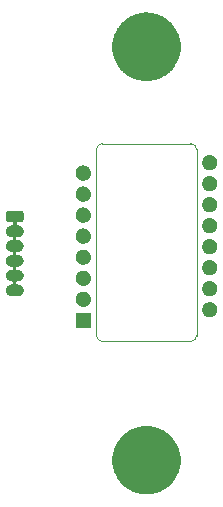
<source format=gbr>
G04 #@! TF.GenerationSoftware,KiCad,Pcbnew,7.0.5-0*
G04 #@! TF.CreationDate,2023-08-21T21:43:47+08:00*
G04 #@! TF.ProjectId,sensor,73656e73-6f72-42e6-9b69-6361645f7063,rev?*
G04 #@! TF.SameCoordinates,PX4d3f640PY69db9c0*
G04 #@! TF.FileFunction,Soldermask,Top*
G04 #@! TF.FilePolarity,Negative*
%FSLAX46Y46*%
G04 Gerber Fmt 4.6, Leading zero omitted, Abs format (unit mm)*
G04 Created by KiCad (PCBNEW 7.0.5-0) date 2023-08-21 21:43:47*
%MOMM*%
%LPD*%
G01*
G04 APERTURE LIST*
G04 #@! TA.AperFunction,Profile*
%ADD10C,0.100000*%
G04 #@! TD*
G04 APERTURE END LIST*
D10*
X-4238753Y8796047D02*
X-4238753Y-6953953D01*
X-3738753Y9296047D02*
X3761247Y9296047D01*
X-3738753Y-7453953D02*
X3761247Y-7453953D01*
X4261247Y-6953953D02*
X4261247Y8796047D01*
X-3738753Y9296047D02*
G75*
G03*
X-4238753Y8796047I1J-500001D01*
G01*
X-4238753Y-6953953D02*
G75*
G03*
X-3738753Y-7453953I499998J-2D01*
G01*
X4261247Y8796047D02*
G75*
G03*
X3761247Y9296047I-499997J3D01*
G01*
X3761247Y-7453947D02*
G75*
G03*
X4261247Y-6953953I13J499987D01*
G01*
G36*
X83902Y-14603908D02*
G01*
X168678Y-14603908D01*
X247083Y-14613072D01*
X324782Y-14617436D01*
X413770Y-14632555D01*
X503753Y-14643073D01*
X574855Y-14659924D01*
X645487Y-14671925D01*
X738240Y-14698646D01*
X832016Y-14720872D01*
X895166Y-14743856D01*
X958076Y-14761981D01*
X1053084Y-14801334D01*
X1149027Y-14836255D01*
X1203798Y-14863762D01*
X1258613Y-14886467D01*
X1354210Y-14939301D01*
X1450500Y-14987660D01*
X1496761Y-15018086D01*
X1543317Y-15043817D01*
X1637669Y-15110763D01*
X1732357Y-15173041D01*
X1770233Y-15204823D01*
X1808623Y-15232062D01*
X1899783Y-15313528D01*
X1990787Y-15389889D01*
X2020646Y-15421538D01*
X2051177Y-15448822D01*
X2137133Y-15545006D01*
X2222295Y-15635273D01*
X2244725Y-15665402D01*
X2267937Y-15691376D01*
X2346640Y-15802297D01*
X2423750Y-15905874D01*
X2439552Y-15933245D01*
X2456182Y-15956682D01*
X2525591Y-16082270D01*
X2592428Y-16198034D01*
X2602581Y-16221572D01*
X2613532Y-16241386D01*
X2671602Y-16381580D01*
X2726048Y-16507800D01*
X2731690Y-16526646D01*
X2738018Y-16541923D01*
X2782804Y-16697378D01*
X2822803Y-16830983D01*
X2825181Y-16844471D01*
X2828074Y-16854512D01*
X2857762Y-17029250D01*
X2881384Y-17163214D01*
X2881832Y-17170919D01*
X2882563Y-17175217D01*
X2895494Y-17405475D01*
X2901000Y-17500000D01*
X2895494Y-17594531D01*
X2882563Y-17824782D01*
X2881832Y-17829079D01*
X2881384Y-17836786D01*
X2857758Y-17970776D01*
X2828074Y-18145487D01*
X2825181Y-18155525D01*
X2822803Y-18169017D01*
X2782796Y-18302647D01*
X2738018Y-18458076D01*
X2731691Y-18473349D01*
X2726048Y-18492200D01*
X2671591Y-18618443D01*
X2613532Y-18758613D01*
X2602583Y-18778422D01*
X2592428Y-18801966D01*
X2525578Y-18917752D01*
X2456182Y-19043317D01*
X2439555Y-19066749D01*
X2423750Y-19094126D01*
X2346625Y-19197722D01*
X2267937Y-19308623D01*
X2244729Y-19334591D01*
X2222295Y-19364727D01*
X2137116Y-19455011D01*
X2051177Y-19551177D01*
X2020652Y-19578455D01*
X1990787Y-19610111D01*
X1899764Y-19686487D01*
X1808623Y-19767937D01*
X1770241Y-19795170D01*
X1732357Y-19826959D01*
X1637650Y-19889248D01*
X1543317Y-19956182D01*
X1496770Y-19981907D01*
X1450500Y-20012340D01*
X1354190Y-20060708D01*
X1258613Y-20113532D01*
X1203809Y-20136232D01*
X1149027Y-20163745D01*
X1053064Y-20198672D01*
X958076Y-20238018D01*
X895179Y-20256138D01*
X832016Y-20279128D01*
X738220Y-20301357D01*
X645487Y-20328074D01*
X574870Y-20340072D01*
X503753Y-20356927D01*
X413751Y-20367446D01*
X324782Y-20382563D01*
X247100Y-20386925D01*
X168678Y-20396092D01*
X83883Y-20396092D01*
X-1Y-20400803D01*
X-83885Y-20396092D01*
X-168678Y-20396092D01*
X-247100Y-20386925D01*
X-324783Y-20382563D01*
X-413755Y-20367446D01*
X-503753Y-20356927D01*
X-574868Y-20340072D01*
X-645488Y-20328074D01*
X-738227Y-20301356D01*
X-832016Y-20279128D01*
X-895176Y-20256139D01*
X-958077Y-20238018D01*
X-1053073Y-20198669D01*
X-1149027Y-20163745D01*
X-1203805Y-20136234D01*
X-1258614Y-20113532D01*
X-1354202Y-20060702D01*
X-1450500Y-20012340D01*
X-1496766Y-19981910D01*
X-1543318Y-19956182D01*
X-1637665Y-19889239D01*
X-1732357Y-19826959D01*
X-1770237Y-19795174D01*
X-1808624Y-19767937D01*
X-1899782Y-19686473D01*
X-1990787Y-19610111D01*
X-2020648Y-19578461D01*
X-2051178Y-19551177D01*
X-2137136Y-19454990D01*
X-2222295Y-19364727D01*
X-2244725Y-19334598D01*
X-2267938Y-19308623D01*
X-2346647Y-19197694D01*
X-2423750Y-19094126D01*
X-2439552Y-19066756D01*
X-2456183Y-19043317D01*
X-2525603Y-18917711D01*
X-2592428Y-18801966D01*
X-2602581Y-18778430D01*
X-2613533Y-18758613D01*
X-2671618Y-18618385D01*
X-2726048Y-18492200D01*
X-2731689Y-18473358D01*
X-2738019Y-18458076D01*
X-2782824Y-18302558D01*
X-2822803Y-18169017D01*
X-2825181Y-18155534D01*
X-2828075Y-18145487D01*
X-2857786Y-17970620D01*
X-2881384Y-17836786D01*
X-2881833Y-17829088D01*
X-2882564Y-17824782D01*
X-2895521Y-17594071D01*
X-2901000Y-17500000D01*
X-2895524Y-17405974D01*
X-2882564Y-17175217D01*
X-2881833Y-17170910D01*
X-2881384Y-17163214D01*
X-2857791Y-17029406D01*
X-2828075Y-16854512D01*
X-2825180Y-16844462D01*
X-2822803Y-16830983D01*
X-2782831Y-16697466D01*
X-2738019Y-16541923D01*
X-2731688Y-16526637D01*
X-2726048Y-16507800D01*
X-2671628Y-16381639D01*
X-2613533Y-16241386D01*
X-2602579Y-16221564D01*
X-2592428Y-16198034D01*
X-2525616Y-16082310D01*
X-2456183Y-15956682D01*
X-2439549Y-15933237D01*
X-2423750Y-15905874D01*
X-2346662Y-15802326D01*
X-2267938Y-15691376D01*
X-2244721Y-15665395D01*
X-2222295Y-15635273D01*
X-2137153Y-15545026D01*
X-2051178Y-15448822D01*
X-2020642Y-15421532D01*
X-1990787Y-15389889D01*
X-1899800Y-15313541D01*
X-1808624Y-15232062D01*
X-1770229Y-15204818D01*
X-1732357Y-15173041D01*
X-1637684Y-15110772D01*
X-1543318Y-15043817D01*
X-1496756Y-15018083D01*
X-1450500Y-14987660D01*
X-1354221Y-14939306D01*
X-1258614Y-14886467D01*
X-1203794Y-14863759D01*
X-1149027Y-14836255D01*
X-1053093Y-14801337D01*
X-958077Y-14761981D01*
X-895163Y-14743855D01*
X-832016Y-14720872D01*
X-738247Y-14698648D01*
X-645488Y-14671925D01*
X-574853Y-14659923D01*
X-503753Y-14643073D01*
X-413774Y-14632555D01*
X-324783Y-14617436D01*
X-247084Y-14613072D01*
X-168678Y-14603908D01*
X-83902Y-14603908D01*
X0Y-14599196D01*
X83902Y-14603908D01*
G37*
G36*
X-4730483Y-5012882D02*
G01*
X-4713938Y-5023938D01*
X-4702882Y-5040483D01*
X-4699000Y-5060000D01*
X-4699000Y-6260000D01*
X-4702882Y-6279517D01*
X-4713938Y-6296062D01*
X-4730483Y-6307118D01*
X-4750000Y-6311000D01*
X-5950000Y-6311000D01*
X-5969517Y-6307118D01*
X-5986062Y-6296062D01*
X-5997118Y-6279517D01*
X-6001000Y-6260000D01*
X-6001000Y-5060000D01*
X-5997118Y-5040483D01*
X-5986062Y-5023938D01*
X-5969517Y-5012882D01*
X-5950000Y-5009000D01*
X-4750000Y-5009000D01*
X-4730483Y-5012882D01*
G37*
G36*
X5385118Y-4123747D02*
G01*
X5428469Y-4123747D01*
X5464979Y-4132745D01*
X5494686Y-4136093D01*
X5533108Y-4149537D01*
X5580848Y-4161304D01*
X5609077Y-4176120D01*
X5632114Y-4184181D01*
X5671051Y-4208647D01*
X5719810Y-4234238D01*
X5739401Y-4251594D01*
X5755395Y-4261644D01*
X5791505Y-4297754D01*
X5837280Y-4338307D01*
X5848917Y-4355166D01*
X5858355Y-4364604D01*
X5888024Y-4411823D01*
X5926432Y-4467465D01*
X5931676Y-4481294D01*
X5935818Y-4487885D01*
X5955403Y-4543857D01*
X5982083Y-4614206D01*
X5983179Y-4623236D01*
X5983906Y-4625313D01*
X5990017Y-4679552D01*
X6001000Y-4770000D01*
X5990016Y-4860455D01*
X5983906Y-4914686D01*
X5983179Y-4916761D01*
X5982083Y-4925794D01*
X5955398Y-4996154D01*
X5935818Y-5052114D01*
X5931677Y-5058703D01*
X5926432Y-5072535D01*
X5888017Y-5128186D01*
X5858355Y-5175395D01*
X5848919Y-5184830D01*
X5837280Y-5201693D01*
X5791496Y-5242253D01*
X5755395Y-5278355D01*
X5739405Y-5288401D01*
X5719810Y-5305762D01*
X5671041Y-5331357D01*
X5632114Y-5355818D01*
X5609083Y-5363876D01*
X5580848Y-5378696D01*
X5533099Y-5390464D01*
X5494686Y-5403906D01*
X5464986Y-5407252D01*
X5428469Y-5416253D01*
X5385109Y-5416253D01*
X5350000Y-5420209D01*
X5314891Y-5416253D01*
X5271531Y-5416253D01*
X5235014Y-5407252D01*
X5205313Y-5403906D01*
X5166897Y-5390463D01*
X5119152Y-5378696D01*
X5090918Y-5363877D01*
X5067885Y-5355818D01*
X5028952Y-5331354D01*
X4980190Y-5305762D01*
X4960596Y-5288403D01*
X4944604Y-5278355D01*
X4908494Y-5242245D01*
X4862720Y-5201693D01*
X4851082Y-5184833D01*
X4841644Y-5175395D01*
X4811970Y-5128170D01*
X4773568Y-5072535D01*
X4768323Y-5058707D01*
X4764181Y-5052114D01*
X4744588Y-4996120D01*
X4717917Y-4925794D01*
X4716820Y-4916765D01*
X4716093Y-4914686D01*
X4709969Y-4860340D01*
X4699000Y-4770000D01*
X4709968Y-4679667D01*
X4716093Y-4625313D01*
X4716820Y-4623232D01*
X4717917Y-4614206D01*
X4744583Y-4543891D01*
X4764181Y-4487885D01*
X4768324Y-4481290D01*
X4773568Y-4467465D01*
X4811963Y-4411839D01*
X4841644Y-4364604D01*
X4851085Y-4355162D01*
X4862720Y-4338307D01*
X4908486Y-4297761D01*
X4944604Y-4261644D01*
X4960600Y-4251592D01*
X4980190Y-4234238D01*
X5028942Y-4208650D01*
X5067885Y-4184181D01*
X5090924Y-4176119D01*
X5119152Y-4161304D01*
X5166887Y-4149538D01*
X5205313Y-4136093D01*
X5235021Y-4132745D01*
X5271531Y-4123747D01*
X5314882Y-4123747D01*
X5350000Y-4119790D01*
X5385118Y-4123747D01*
G37*
G36*
X-5314882Y-3233747D02*
G01*
X-5271531Y-3233747D01*
X-5235021Y-3242745D01*
X-5205314Y-3246093D01*
X-5166892Y-3259537D01*
X-5119152Y-3271304D01*
X-5090923Y-3286120D01*
X-5067886Y-3294181D01*
X-5028949Y-3318647D01*
X-4980190Y-3344238D01*
X-4960599Y-3361594D01*
X-4944605Y-3371644D01*
X-4908495Y-3407754D01*
X-4862720Y-3448307D01*
X-4851083Y-3465166D01*
X-4841645Y-3474604D01*
X-4811976Y-3521823D01*
X-4773568Y-3577465D01*
X-4768324Y-3591294D01*
X-4764182Y-3597885D01*
X-4744597Y-3653857D01*
X-4717917Y-3724206D01*
X-4716821Y-3733236D01*
X-4716094Y-3735313D01*
X-4709983Y-3789552D01*
X-4699000Y-3880000D01*
X-4709984Y-3970455D01*
X-4716094Y-4024686D01*
X-4716821Y-4026761D01*
X-4717917Y-4035794D01*
X-4744602Y-4106154D01*
X-4764182Y-4162114D01*
X-4768323Y-4168703D01*
X-4773568Y-4182535D01*
X-4811983Y-4238186D01*
X-4841645Y-4285395D01*
X-4851081Y-4294830D01*
X-4862720Y-4311693D01*
X-4908504Y-4352253D01*
X-4944605Y-4388355D01*
X-4960595Y-4398401D01*
X-4980190Y-4415762D01*
X-5028959Y-4441357D01*
X-5067886Y-4465818D01*
X-5090917Y-4473876D01*
X-5119152Y-4488696D01*
X-5166901Y-4500464D01*
X-5205314Y-4513906D01*
X-5235014Y-4517252D01*
X-5271531Y-4526253D01*
X-5314891Y-4526253D01*
X-5350000Y-4530209D01*
X-5385109Y-4526253D01*
X-5428469Y-4526253D01*
X-5464986Y-4517252D01*
X-5494687Y-4513906D01*
X-5533103Y-4500463D01*
X-5580848Y-4488696D01*
X-5609082Y-4473877D01*
X-5632115Y-4465818D01*
X-5671048Y-4441354D01*
X-5719810Y-4415762D01*
X-5739404Y-4398403D01*
X-5755396Y-4388355D01*
X-5791506Y-4352245D01*
X-5837280Y-4311693D01*
X-5848918Y-4294833D01*
X-5858356Y-4285395D01*
X-5888030Y-4238170D01*
X-5926432Y-4182535D01*
X-5931677Y-4168707D01*
X-5935819Y-4162114D01*
X-5955412Y-4106120D01*
X-5982083Y-4035794D01*
X-5983180Y-4026765D01*
X-5983907Y-4024686D01*
X-5990031Y-3970340D01*
X-6001000Y-3880000D01*
X-5990032Y-3789667D01*
X-5983907Y-3735313D01*
X-5983180Y-3733232D01*
X-5982083Y-3724206D01*
X-5955417Y-3653891D01*
X-5935819Y-3597885D01*
X-5931676Y-3591290D01*
X-5926432Y-3577465D01*
X-5888037Y-3521839D01*
X-5858356Y-3474604D01*
X-5848915Y-3465162D01*
X-5837280Y-3448307D01*
X-5791514Y-3407761D01*
X-5755396Y-3371644D01*
X-5739400Y-3361592D01*
X-5719810Y-3344238D01*
X-5671058Y-3318650D01*
X-5632115Y-3294181D01*
X-5609076Y-3286119D01*
X-5580848Y-3271304D01*
X-5533113Y-3259538D01*
X-5494687Y-3246093D01*
X-5464979Y-3242745D01*
X-5428469Y-3233747D01*
X-5385118Y-3233747D01*
X-5350000Y-3229790D01*
X-5314882Y-3233747D01*
G37*
G36*
X5385118Y-2343747D02*
G01*
X5428469Y-2343747D01*
X5464979Y-2352745D01*
X5494686Y-2356093D01*
X5533108Y-2369537D01*
X5580848Y-2381304D01*
X5609077Y-2396120D01*
X5632114Y-2404181D01*
X5671051Y-2428647D01*
X5719810Y-2454238D01*
X5739401Y-2471594D01*
X5755395Y-2481644D01*
X5791505Y-2517754D01*
X5837280Y-2558307D01*
X5848917Y-2575166D01*
X5858355Y-2584604D01*
X5888024Y-2631823D01*
X5926432Y-2687465D01*
X5931676Y-2701294D01*
X5935818Y-2707885D01*
X5955403Y-2763857D01*
X5982083Y-2834206D01*
X5983179Y-2843236D01*
X5983906Y-2845313D01*
X5990017Y-2899552D01*
X6001000Y-2990000D01*
X5990016Y-3080455D01*
X5983906Y-3134686D01*
X5983179Y-3136761D01*
X5982083Y-3145794D01*
X5955398Y-3216154D01*
X5935818Y-3272114D01*
X5931677Y-3278703D01*
X5926432Y-3292535D01*
X5888017Y-3348186D01*
X5858355Y-3395395D01*
X5848919Y-3404830D01*
X5837280Y-3421693D01*
X5791496Y-3462253D01*
X5755395Y-3498355D01*
X5739405Y-3508401D01*
X5719810Y-3525762D01*
X5671041Y-3551357D01*
X5632114Y-3575818D01*
X5609083Y-3583876D01*
X5580848Y-3598696D01*
X5533099Y-3610464D01*
X5494686Y-3623906D01*
X5464986Y-3627252D01*
X5428469Y-3636253D01*
X5385109Y-3636253D01*
X5350000Y-3640209D01*
X5314891Y-3636253D01*
X5271531Y-3636253D01*
X5235014Y-3627252D01*
X5205313Y-3623906D01*
X5166897Y-3610463D01*
X5119152Y-3598696D01*
X5090918Y-3583877D01*
X5067885Y-3575818D01*
X5028952Y-3551354D01*
X4980190Y-3525762D01*
X4960596Y-3508403D01*
X4944604Y-3498355D01*
X4908494Y-3462245D01*
X4862720Y-3421693D01*
X4851082Y-3404833D01*
X4841644Y-3395395D01*
X4811970Y-3348170D01*
X4773568Y-3292535D01*
X4768323Y-3278707D01*
X4764181Y-3272114D01*
X4744588Y-3216120D01*
X4717917Y-3145794D01*
X4716820Y-3136765D01*
X4716093Y-3134686D01*
X4709969Y-3080340D01*
X4699000Y-2990000D01*
X4709968Y-2899667D01*
X4716093Y-2845313D01*
X4716820Y-2843232D01*
X4717917Y-2834206D01*
X4744583Y-2763891D01*
X4764181Y-2707885D01*
X4768324Y-2701290D01*
X4773568Y-2687465D01*
X4811963Y-2631839D01*
X4841644Y-2584604D01*
X4851085Y-2575162D01*
X4862720Y-2558307D01*
X4908486Y-2517761D01*
X4944604Y-2481644D01*
X4960600Y-2471592D01*
X4980190Y-2454238D01*
X5028942Y-2428650D01*
X5067885Y-2404181D01*
X5090924Y-2396119D01*
X5119152Y-2381304D01*
X5166887Y-2369538D01*
X5205313Y-2356093D01*
X5235021Y-2352745D01*
X5271531Y-2343747D01*
X5314882Y-2343747D01*
X5350000Y-2339790D01*
X5385118Y-2343747D01*
G37*
G36*
X-10636567Y3618356D02*
G01*
X-10590194Y3611011D01*
X-10584143Y3607928D01*
X-10569379Y3604991D01*
X-10540475Y3585677D01*
X-10513689Y3572029D01*
X-10500882Y3559222D01*
X-10479839Y3545161D01*
X-10465779Y3524119D01*
X-10452972Y3511312D01*
X-10439326Y3484529D01*
X-10420009Y3455621D01*
X-10417073Y3440856D01*
X-10413990Y3434807D01*
X-10406649Y3388455D01*
X-10399000Y3350000D01*
X-10399000Y2900000D01*
X-10406650Y2861542D01*
X-10413990Y2815194D01*
X-10417072Y2809146D01*
X-10420009Y2794379D01*
X-10439328Y2765468D01*
X-10452972Y2738689D01*
X-10465777Y2725885D01*
X-10479839Y2704839D01*
X-10500885Y2690777D01*
X-10513689Y2677972D01*
X-10540468Y2664328D01*
X-10569379Y2645009D01*
X-10584146Y2642072D01*
X-10590194Y2638990D01*
X-10636544Y2631650D01*
X-10675000Y2624000D01*
X-10989387Y2624000D01*
X-10996997Y2381856D01*
X-10903911Y2376000D01*
X-10900000Y2376000D01*
X-10896958Y2375563D01*
X-10841186Y2372054D01*
X-10801268Y2361805D01*
X-10758852Y2355706D01*
X-10734882Y2344759D01*
X-10715934Y2339894D01*
X-10675234Y2317519D01*
X-10629139Y2296468D01*
X-10615596Y2284733D01*
X-10606105Y2279515D01*
X-10564676Y2240610D01*
X-10521369Y2203085D01*
X-10516277Y2195161D01*
X-10514737Y2193715D01*
X-10466607Y2117874D01*
X-10444274Y2083123D01*
X-10427786Y2026970D01*
X-10408850Y1968692D01*
X-10408353Y1960787D01*
X-10404099Y1946300D01*
X-10404099Y1893181D01*
X-10400980Y1843607D01*
X-10404099Y1827258D01*
X-10404099Y1803700D01*
X-10416927Y1760013D01*
X-10424466Y1720492D01*
X-10435278Y1697517D01*
X-10444274Y1666877D01*
X-10464519Y1635377D01*
X-10477832Y1607083D01*
X-10499653Y1580707D01*
X-10521369Y1546915D01*
X-10543399Y1527827D01*
X-10557723Y1510511D01*
X-10592754Y1485060D01*
X-10629139Y1453532D01*
X-10648012Y1444914D01*
X-10659122Y1436841D01*
X-10708475Y1417301D01*
X-10758852Y1394294D01*
X-10770990Y1392549D01*
X-10775654Y1390702D01*
X-10843058Y1382188D01*
X-10900000Y1374000D01*
X-10907866Y1374000D01*
X-11017953Y1360093D01*
X-11010808Y1132725D01*
X-10903910Y1126000D01*
X-10900000Y1126000D01*
X-10896959Y1125563D01*
X-10841186Y1122054D01*
X-10801268Y1111805D01*
X-10758852Y1105706D01*
X-10734882Y1094759D01*
X-10715934Y1089894D01*
X-10675234Y1067519D01*
X-10629139Y1046468D01*
X-10615596Y1034733D01*
X-10606105Y1029515D01*
X-10564676Y990610D01*
X-10521369Y953085D01*
X-10516277Y945161D01*
X-10514737Y943715D01*
X-10466607Y867874D01*
X-10444274Y833123D01*
X-10427786Y776970D01*
X-10408850Y718692D01*
X-10408353Y710787D01*
X-10404099Y696300D01*
X-10404099Y643181D01*
X-10400980Y593607D01*
X-10404099Y577258D01*
X-10404099Y553700D01*
X-10416927Y510013D01*
X-10424466Y470492D01*
X-10435278Y447517D01*
X-10444274Y416877D01*
X-10464519Y385377D01*
X-10477832Y357083D01*
X-10499653Y330707D01*
X-10521369Y296915D01*
X-10543399Y277827D01*
X-10557723Y260511D01*
X-10592754Y235060D01*
X-10629139Y203532D01*
X-10648012Y194914D01*
X-10659122Y186841D01*
X-10708475Y167301D01*
X-10758852Y144294D01*
X-10770990Y142549D01*
X-10775654Y140702D01*
X-10843058Y132188D01*
X-10900000Y124000D01*
X-10907866Y124000D01*
X-11017953Y110093D01*
X-11010808Y-117275D01*
X-10903910Y-124000D01*
X-10900000Y-124000D01*
X-10896959Y-124437D01*
X-10841186Y-127946D01*
X-10801268Y-138195D01*
X-10758852Y-144294D01*
X-10734882Y-155241D01*
X-10715934Y-160106D01*
X-10675234Y-182481D01*
X-10629139Y-203532D01*
X-10615596Y-215267D01*
X-10606105Y-220485D01*
X-10564676Y-259390D01*
X-10521369Y-296915D01*
X-10516277Y-304839D01*
X-10514737Y-306285D01*
X-10466607Y-382126D01*
X-10444274Y-416877D01*
X-10427786Y-473030D01*
X-10408850Y-531308D01*
X-10408353Y-539213D01*
X-10404099Y-553700D01*
X-10404099Y-606819D01*
X-10400980Y-656393D01*
X-10404099Y-672742D01*
X-10404099Y-696300D01*
X-10416927Y-739987D01*
X-10424466Y-779508D01*
X-10435278Y-802483D01*
X-10444274Y-833123D01*
X-10464519Y-864623D01*
X-10477832Y-892917D01*
X-10499653Y-919293D01*
X-10521369Y-953085D01*
X-10543399Y-972173D01*
X-10557723Y-989489D01*
X-10592754Y-1014940D01*
X-10629139Y-1046468D01*
X-10648012Y-1055086D01*
X-10659122Y-1063159D01*
X-10708475Y-1082699D01*
X-10758852Y-1105706D01*
X-10770990Y-1107451D01*
X-10775654Y-1109298D01*
X-10843058Y-1117812D01*
X-10900000Y-1126000D01*
X-10907866Y-1126000D01*
X-11017953Y-1139907D01*
X-11010808Y-1367275D01*
X-10903910Y-1374000D01*
X-10900000Y-1374000D01*
X-10896959Y-1374437D01*
X-10841186Y-1377946D01*
X-10801268Y-1388195D01*
X-10758852Y-1394294D01*
X-10734882Y-1405241D01*
X-10715934Y-1410106D01*
X-10675234Y-1432481D01*
X-10629139Y-1453532D01*
X-10615596Y-1465267D01*
X-10606105Y-1470485D01*
X-10564676Y-1509390D01*
X-10521369Y-1546915D01*
X-10516277Y-1554839D01*
X-10514737Y-1556285D01*
X-10466607Y-1632126D01*
X-10444274Y-1666877D01*
X-10427786Y-1723030D01*
X-10408850Y-1781308D01*
X-10408353Y-1789213D01*
X-10404099Y-1803700D01*
X-10404099Y-1856819D01*
X-10400980Y-1906393D01*
X-10404099Y-1922742D01*
X-10404099Y-1946300D01*
X-10416927Y-1989987D01*
X-10424466Y-2029508D01*
X-10435278Y-2052483D01*
X-10444274Y-2083123D01*
X-10464519Y-2114623D01*
X-10477832Y-2142917D01*
X-10499653Y-2169293D01*
X-10521369Y-2203085D01*
X-10543399Y-2222173D01*
X-10557723Y-2239489D01*
X-10592754Y-2264940D01*
X-10629139Y-2296468D01*
X-10648012Y-2305086D01*
X-10659122Y-2313159D01*
X-10708475Y-2332699D01*
X-10758852Y-2355706D01*
X-10770990Y-2357451D01*
X-10775654Y-2359298D01*
X-10843058Y-2367812D01*
X-10900000Y-2376000D01*
X-10907866Y-2376000D01*
X-11017953Y-2389907D01*
X-11010808Y-2617275D01*
X-10903910Y-2624000D01*
X-10900000Y-2624000D01*
X-10896959Y-2624437D01*
X-10841186Y-2627946D01*
X-10801268Y-2638195D01*
X-10758852Y-2644294D01*
X-10734882Y-2655241D01*
X-10715934Y-2660106D01*
X-10675234Y-2682481D01*
X-10629139Y-2703532D01*
X-10615596Y-2715267D01*
X-10606105Y-2720485D01*
X-10564676Y-2759390D01*
X-10521369Y-2796915D01*
X-10516277Y-2804839D01*
X-10514737Y-2806285D01*
X-10466607Y-2882126D01*
X-10444274Y-2916877D01*
X-10427786Y-2973030D01*
X-10408850Y-3031308D01*
X-10408353Y-3039213D01*
X-10404099Y-3053700D01*
X-10404099Y-3106819D01*
X-10400980Y-3156393D01*
X-10404099Y-3172742D01*
X-10404099Y-3196300D01*
X-10416927Y-3239987D01*
X-10424466Y-3279508D01*
X-10435278Y-3302483D01*
X-10444274Y-3333123D01*
X-10464519Y-3364623D01*
X-10477832Y-3392917D01*
X-10499653Y-3419293D01*
X-10521369Y-3453085D01*
X-10543399Y-3472173D01*
X-10557723Y-3489489D01*
X-10592754Y-3514940D01*
X-10629139Y-3546468D01*
X-10648012Y-3555086D01*
X-10659122Y-3563159D01*
X-10708475Y-3582699D01*
X-10758852Y-3605706D01*
X-10770990Y-3607451D01*
X-10775654Y-3609298D01*
X-10843073Y-3617815D01*
X-10900000Y-3626000D01*
X-10907862Y-3626000D01*
X-11396077Y-3626000D01*
X-11400000Y-3626000D01*
X-11403053Y-3625561D01*
X-11458815Y-3622053D01*
X-11498726Y-3611805D01*
X-11541148Y-3605706D01*
X-11565123Y-3594757D01*
X-11584067Y-3589893D01*
X-11624763Y-3567520D01*
X-11670861Y-3546468D01*
X-11684407Y-3534731D01*
X-11693896Y-3529514D01*
X-11735325Y-3490610D01*
X-11778631Y-3453085D01*
X-11783724Y-3445160D01*
X-11785264Y-3443714D01*
X-11833423Y-3367827D01*
X-11855726Y-3333123D01*
X-11872209Y-3276990D01*
X-11891151Y-3218691D01*
X-11891649Y-3210782D01*
X-11895901Y-3196300D01*
X-11895901Y-3143194D01*
X-11899021Y-3093606D01*
X-11895901Y-3077250D01*
X-11895901Y-3053700D01*
X-11883077Y-3010023D01*
X-11875535Y-2970491D01*
X-11864721Y-2947508D01*
X-11855726Y-2916877D01*
X-11835488Y-2885385D01*
X-11822169Y-2857082D01*
X-11800342Y-2830696D01*
X-11778631Y-2796915D01*
X-11756608Y-2777831D01*
X-11742278Y-2760510D01*
X-11707234Y-2735049D01*
X-11670861Y-2703532D01*
X-11651996Y-2694916D01*
X-11640879Y-2686840D01*
X-11591503Y-2667290D01*
X-11541148Y-2644294D01*
X-11529017Y-2642549D01*
X-11524347Y-2640701D01*
X-11456865Y-2632175D01*
X-11400000Y-2624000D01*
X-11392147Y-2624000D01*
X-11282047Y-2610091D01*
X-11289194Y-2382722D01*
X-11396054Y-2376000D01*
X-11400000Y-2376000D01*
X-11403070Y-2375558D01*
X-11458815Y-2372052D01*
X-11498720Y-2361806D01*
X-11541148Y-2355706D01*
X-11565124Y-2344756D01*
X-11584067Y-2339893D01*
X-11624763Y-2317520D01*
X-11670861Y-2296468D01*
X-11684407Y-2284731D01*
X-11693896Y-2279514D01*
X-11735325Y-2240610D01*
X-11778631Y-2203085D01*
X-11783724Y-2195160D01*
X-11785264Y-2193714D01*
X-11833423Y-2117827D01*
X-11855726Y-2083123D01*
X-11872209Y-2026990D01*
X-11891151Y-1968691D01*
X-11891649Y-1960782D01*
X-11895901Y-1946300D01*
X-11895901Y-1893194D01*
X-11899021Y-1843606D01*
X-11895901Y-1827250D01*
X-11895901Y-1803700D01*
X-11883077Y-1760023D01*
X-11875535Y-1720491D01*
X-11864721Y-1697508D01*
X-11855726Y-1666877D01*
X-11835488Y-1635385D01*
X-11822169Y-1607082D01*
X-11800342Y-1580696D01*
X-11778631Y-1546915D01*
X-11756608Y-1527831D01*
X-11742278Y-1510510D01*
X-11707234Y-1485049D01*
X-11670861Y-1453532D01*
X-11651996Y-1444916D01*
X-11640879Y-1436840D01*
X-11591503Y-1417290D01*
X-11541148Y-1394294D01*
X-11529017Y-1392549D01*
X-11524347Y-1390701D01*
X-11456865Y-1382175D01*
X-11400000Y-1374000D01*
X-11392147Y-1374000D01*
X-11282047Y-1360091D01*
X-11289194Y-1132722D01*
X-11396054Y-1126000D01*
X-11400000Y-1126000D01*
X-11403070Y-1125558D01*
X-11458815Y-1122052D01*
X-11498720Y-1111806D01*
X-11541148Y-1105706D01*
X-11565124Y-1094756D01*
X-11584067Y-1089893D01*
X-11624763Y-1067520D01*
X-11670861Y-1046468D01*
X-11684407Y-1034731D01*
X-11693896Y-1029514D01*
X-11735325Y-990610D01*
X-11778631Y-953085D01*
X-11783724Y-945160D01*
X-11785264Y-943714D01*
X-11833423Y-867827D01*
X-11855726Y-833123D01*
X-11872209Y-776990D01*
X-11891151Y-718691D01*
X-11891649Y-710782D01*
X-11895901Y-696300D01*
X-11895901Y-643194D01*
X-11899021Y-593606D01*
X-11895901Y-577250D01*
X-11895901Y-553700D01*
X-11883077Y-510023D01*
X-11875535Y-470491D01*
X-11864721Y-447508D01*
X-11855726Y-416877D01*
X-11835488Y-385385D01*
X-11822169Y-357082D01*
X-11800342Y-330696D01*
X-11778631Y-296915D01*
X-11756608Y-277831D01*
X-11742278Y-260510D01*
X-11707234Y-235049D01*
X-11670861Y-203532D01*
X-11651996Y-194916D01*
X-11640879Y-186840D01*
X-11591503Y-167290D01*
X-11541148Y-144294D01*
X-11529017Y-142549D01*
X-11524347Y-140701D01*
X-11456865Y-132175D01*
X-11400000Y-124000D01*
X-11392147Y-124000D01*
X-11282047Y-110091D01*
X-11289194Y117278D01*
X-11396054Y124000D01*
X-11400000Y124000D01*
X-11403070Y124442D01*
X-11458815Y127948D01*
X-11498720Y138194D01*
X-11541148Y144294D01*
X-11565124Y155244D01*
X-11584067Y160107D01*
X-11624763Y182480D01*
X-11670861Y203532D01*
X-11684407Y215269D01*
X-11693896Y220486D01*
X-11735325Y259390D01*
X-11778631Y296915D01*
X-11783724Y304840D01*
X-11785264Y306286D01*
X-11833423Y382173D01*
X-11855726Y416877D01*
X-11872209Y473010D01*
X-11891151Y531309D01*
X-11891649Y539218D01*
X-11895901Y553700D01*
X-11895901Y606806D01*
X-11899021Y656394D01*
X-11895901Y672750D01*
X-11895901Y696300D01*
X-11883077Y739977D01*
X-11875535Y779509D01*
X-11864721Y802492D01*
X-11855726Y833123D01*
X-11835488Y864615D01*
X-11822169Y892918D01*
X-11800342Y919304D01*
X-11778631Y953085D01*
X-11756608Y972169D01*
X-11742278Y989490D01*
X-11707234Y1014951D01*
X-11670861Y1046468D01*
X-11651996Y1055084D01*
X-11640879Y1063160D01*
X-11591503Y1082710D01*
X-11541148Y1105706D01*
X-11529017Y1107451D01*
X-11524347Y1109299D01*
X-11456865Y1117825D01*
X-11400000Y1126000D01*
X-11392147Y1126000D01*
X-11282047Y1139909D01*
X-11289194Y1367278D01*
X-11396054Y1374000D01*
X-11400000Y1374000D01*
X-11403070Y1374442D01*
X-11458815Y1377948D01*
X-11498720Y1388194D01*
X-11541148Y1394294D01*
X-11565124Y1405244D01*
X-11584067Y1410107D01*
X-11624763Y1432480D01*
X-11670861Y1453532D01*
X-11684407Y1465269D01*
X-11693896Y1470486D01*
X-11735325Y1509390D01*
X-11778631Y1546915D01*
X-11783724Y1554840D01*
X-11785264Y1556286D01*
X-11833423Y1632173D01*
X-11855726Y1666877D01*
X-11872209Y1723010D01*
X-11891151Y1781309D01*
X-11891649Y1789218D01*
X-11895901Y1803700D01*
X-11895901Y1856806D01*
X-11899021Y1906394D01*
X-11895901Y1922750D01*
X-11895901Y1946300D01*
X-11883077Y1989977D01*
X-11875535Y2029509D01*
X-11864721Y2052492D01*
X-11855726Y2083123D01*
X-11835488Y2114615D01*
X-11822169Y2142918D01*
X-11800342Y2169304D01*
X-11778631Y2203085D01*
X-11756608Y2222169D01*
X-11742278Y2239490D01*
X-11707234Y2264951D01*
X-11670861Y2296468D01*
X-11651996Y2305084D01*
X-11640879Y2313160D01*
X-11591503Y2332710D01*
X-11541148Y2355706D01*
X-11529017Y2357451D01*
X-11524347Y2359299D01*
X-11456868Y2367824D01*
X-11400000Y2376000D01*
X-11392146Y2376000D01*
X-11283692Y2389701D01*
X-11298434Y2624000D01*
X-11625000Y2624000D01*
X-11663455Y2631649D01*
X-11709807Y2638990D01*
X-11715856Y2642073D01*
X-11730621Y2645009D01*
X-11759529Y2664326D01*
X-11786312Y2677972D01*
X-11799119Y2690779D01*
X-11820161Y2704839D01*
X-11834222Y2725882D01*
X-11847029Y2738689D01*
X-11860677Y2765475D01*
X-11879991Y2794379D01*
X-11882928Y2809143D01*
X-11886011Y2815194D01*
X-11893356Y2861567D01*
X-11901000Y2900000D01*
X-11901000Y3350000D01*
X-11893356Y3388430D01*
X-11886011Y3434807D01*
X-11882928Y3440859D01*
X-11879991Y3455621D01*
X-11860680Y3484523D01*
X-11847029Y3511312D01*
X-11834220Y3524122D01*
X-11820161Y3545161D01*
X-11799122Y3559220D01*
X-11786312Y3572029D01*
X-11759523Y3585680D01*
X-11730621Y3604991D01*
X-11715859Y3607928D01*
X-11709807Y3611011D01*
X-11663430Y3618356D01*
X-11625000Y3626000D01*
X-10675000Y3626000D01*
X-10636567Y3618356D01*
G37*
G36*
X-5314882Y-1453747D02*
G01*
X-5271531Y-1453747D01*
X-5235021Y-1462745D01*
X-5205314Y-1466093D01*
X-5166892Y-1479537D01*
X-5119152Y-1491304D01*
X-5090923Y-1506120D01*
X-5067886Y-1514181D01*
X-5028949Y-1538647D01*
X-4980190Y-1564238D01*
X-4960599Y-1581594D01*
X-4944605Y-1591644D01*
X-4908495Y-1627754D01*
X-4862720Y-1668307D01*
X-4851083Y-1685166D01*
X-4841645Y-1694604D01*
X-4811976Y-1741823D01*
X-4773568Y-1797465D01*
X-4768324Y-1811294D01*
X-4764182Y-1817885D01*
X-4744597Y-1873857D01*
X-4717917Y-1944206D01*
X-4716821Y-1953236D01*
X-4716094Y-1955313D01*
X-4709983Y-2009552D01*
X-4699000Y-2100000D01*
X-4709984Y-2190455D01*
X-4716094Y-2244686D01*
X-4716821Y-2246761D01*
X-4717917Y-2255794D01*
X-4744602Y-2326154D01*
X-4764182Y-2382114D01*
X-4768323Y-2388703D01*
X-4773568Y-2402535D01*
X-4811983Y-2458186D01*
X-4841645Y-2505395D01*
X-4851081Y-2514830D01*
X-4862720Y-2531693D01*
X-4908504Y-2572253D01*
X-4944605Y-2608355D01*
X-4960595Y-2618401D01*
X-4980190Y-2635762D01*
X-5028959Y-2661357D01*
X-5067886Y-2685818D01*
X-5090917Y-2693876D01*
X-5119152Y-2708696D01*
X-5166901Y-2720464D01*
X-5205314Y-2733906D01*
X-5235014Y-2737252D01*
X-5271531Y-2746253D01*
X-5314891Y-2746253D01*
X-5350000Y-2750209D01*
X-5385109Y-2746253D01*
X-5428469Y-2746253D01*
X-5464986Y-2737252D01*
X-5494687Y-2733906D01*
X-5533103Y-2720463D01*
X-5580848Y-2708696D01*
X-5609082Y-2693877D01*
X-5632115Y-2685818D01*
X-5671048Y-2661354D01*
X-5719810Y-2635762D01*
X-5739404Y-2618403D01*
X-5755396Y-2608355D01*
X-5791506Y-2572245D01*
X-5837280Y-2531693D01*
X-5848918Y-2514833D01*
X-5858356Y-2505395D01*
X-5888030Y-2458170D01*
X-5926432Y-2402535D01*
X-5931677Y-2388707D01*
X-5935819Y-2382114D01*
X-5955412Y-2326120D01*
X-5982083Y-2255794D01*
X-5983180Y-2246765D01*
X-5983907Y-2244686D01*
X-5990031Y-2190340D01*
X-6001000Y-2100000D01*
X-5990032Y-2009667D01*
X-5983907Y-1955313D01*
X-5983180Y-1953232D01*
X-5982083Y-1944206D01*
X-5955417Y-1873891D01*
X-5935819Y-1817885D01*
X-5931676Y-1811290D01*
X-5926432Y-1797465D01*
X-5888037Y-1741839D01*
X-5858356Y-1694604D01*
X-5848915Y-1685162D01*
X-5837280Y-1668307D01*
X-5791514Y-1627761D01*
X-5755396Y-1591644D01*
X-5739400Y-1581592D01*
X-5719810Y-1564238D01*
X-5671058Y-1538650D01*
X-5632115Y-1514181D01*
X-5609076Y-1506119D01*
X-5580848Y-1491304D01*
X-5533113Y-1479538D01*
X-5494687Y-1466093D01*
X-5464979Y-1462745D01*
X-5428469Y-1453747D01*
X-5385118Y-1453747D01*
X-5350000Y-1449790D01*
X-5314882Y-1453747D01*
G37*
G36*
X5385118Y-563747D02*
G01*
X5428469Y-563747D01*
X5464979Y-572745D01*
X5494686Y-576093D01*
X5533108Y-589537D01*
X5580848Y-601304D01*
X5609077Y-616120D01*
X5632114Y-624181D01*
X5671051Y-648647D01*
X5719810Y-674238D01*
X5739401Y-691594D01*
X5755395Y-701644D01*
X5791505Y-737754D01*
X5837280Y-778307D01*
X5848917Y-795166D01*
X5858355Y-804604D01*
X5888024Y-851823D01*
X5926432Y-907465D01*
X5931676Y-921294D01*
X5935818Y-927885D01*
X5955403Y-983857D01*
X5982083Y-1054206D01*
X5983179Y-1063236D01*
X5983906Y-1065313D01*
X5990017Y-1119552D01*
X6001000Y-1210000D01*
X5990016Y-1300455D01*
X5983906Y-1354686D01*
X5983179Y-1356761D01*
X5982083Y-1365794D01*
X5955398Y-1436154D01*
X5935818Y-1492114D01*
X5931677Y-1498703D01*
X5926432Y-1512535D01*
X5888017Y-1568186D01*
X5858355Y-1615395D01*
X5848919Y-1624830D01*
X5837280Y-1641693D01*
X5791496Y-1682253D01*
X5755395Y-1718355D01*
X5739405Y-1728401D01*
X5719810Y-1745762D01*
X5671041Y-1771357D01*
X5632114Y-1795818D01*
X5609083Y-1803876D01*
X5580848Y-1818696D01*
X5533099Y-1830464D01*
X5494686Y-1843906D01*
X5464986Y-1847252D01*
X5428469Y-1856253D01*
X5385109Y-1856253D01*
X5350000Y-1860209D01*
X5314891Y-1856253D01*
X5271531Y-1856253D01*
X5235014Y-1847252D01*
X5205313Y-1843906D01*
X5166897Y-1830463D01*
X5119152Y-1818696D01*
X5090918Y-1803877D01*
X5067885Y-1795818D01*
X5028952Y-1771354D01*
X4980190Y-1745762D01*
X4960596Y-1728403D01*
X4944604Y-1718355D01*
X4908494Y-1682245D01*
X4862720Y-1641693D01*
X4851082Y-1624833D01*
X4841644Y-1615395D01*
X4811970Y-1568170D01*
X4773568Y-1512535D01*
X4768323Y-1498707D01*
X4764181Y-1492114D01*
X4744588Y-1436120D01*
X4717917Y-1365794D01*
X4716820Y-1356765D01*
X4716093Y-1354686D01*
X4709969Y-1300340D01*
X4699000Y-1210000D01*
X4709968Y-1119667D01*
X4716093Y-1065313D01*
X4716820Y-1063232D01*
X4717917Y-1054206D01*
X4744583Y-983891D01*
X4764181Y-927885D01*
X4768324Y-921290D01*
X4773568Y-907465D01*
X4811963Y-851839D01*
X4841644Y-804604D01*
X4851085Y-795162D01*
X4862720Y-778307D01*
X4908486Y-737761D01*
X4944604Y-701644D01*
X4960600Y-691592D01*
X4980190Y-674238D01*
X5028942Y-648650D01*
X5067885Y-624181D01*
X5090924Y-616119D01*
X5119152Y-601304D01*
X5166887Y-589538D01*
X5205313Y-576093D01*
X5235021Y-572745D01*
X5271531Y-563747D01*
X5314882Y-563747D01*
X5350000Y-559790D01*
X5385118Y-563747D01*
G37*
G36*
X-5314882Y326253D02*
G01*
X-5271531Y326253D01*
X-5235021Y317255D01*
X-5205314Y313907D01*
X-5166892Y300463D01*
X-5119152Y288696D01*
X-5090923Y273880D01*
X-5067886Y265819D01*
X-5028949Y241353D01*
X-4980190Y215762D01*
X-4960599Y198406D01*
X-4944605Y188356D01*
X-4908495Y152246D01*
X-4862720Y111693D01*
X-4851083Y94834D01*
X-4841645Y85396D01*
X-4811976Y38177D01*
X-4773568Y-17465D01*
X-4768324Y-31294D01*
X-4764182Y-37885D01*
X-4744597Y-93857D01*
X-4717917Y-164206D01*
X-4716821Y-173236D01*
X-4716094Y-175313D01*
X-4709983Y-229552D01*
X-4699000Y-320000D01*
X-4709984Y-410455D01*
X-4716094Y-464686D01*
X-4716821Y-466761D01*
X-4717917Y-475794D01*
X-4744602Y-546154D01*
X-4764182Y-602114D01*
X-4768323Y-608703D01*
X-4773568Y-622535D01*
X-4811983Y-678186D01*
X-4841645Y-725395D01*
X-4851081Y-734830D01*
X-4862720Y-751693D01*
X-4908504Y-792253D01*
X-4944605Y-828355D01*
X-4960595Y-838401D01*
X-4980190Y-855762D01*
X-5028959Y-881357D01*
X-5067886Y-905818D01*
X-5090917Y-913876D01*
X-5119152Y-928696D01*
X-5166901Y-940464D01*
X-5205314Y-953906D01*
X-5235014Y-957252D01*
X-5271531Y-966253D01*
X-5314891Y-966253D01*
X-5350000Y-970209D01*
X-5385109Y-966253D01*
X-5428469Y-966253D01*
X-5464986Y-957252D01*
X-5494687Y-953906D01*
X-5533103Y-940463D01*
X-5580848Y-928696D01*
X-5609082Y-913877D01*
X-5632115Y-905818D01*
X-5671048Y-881354D01*
X-5719810Y-855762D01*
X-5739404Y-838403D01*
X-5755396Y-828355D01*
X-5791506Y-792245D01*
X-5837280Y-751693D01*
X-5848918Y-734833D01*
X-5858356Y-725395D01*
X-5888030Y-678170D01*
X-5926432Y-622535D01*
X-5931677Y-608707D01*
X-5935819Y-602114D01*
X-5955412Y-546120D01*
X-5982083Y-475794D01*
X-5983180Y-466765D01*
X-5983907Y-464686D01*
X-5990031Y-410340D01*
X-6001000Y-320000D01*
X-5990032Y-229667D01*
X-5983907Y-175313D01*
X-5983180Y-173232D01*
X-5982083Y-164206D01*
X-5955417Y-93891D01*
X-5935819Y-37885D01*
X-5931676Y-31290D01*
X-5926432Y-17465D01*
X-5888037Y38161D01*
X-5858356Y85396D01*
X-5848915Y94838D01*
X-5837280Y111693D01*
X-5791514Y152239D01*
X-5755396Y188356D01*
X-5739400Y198408D01*
X-5719810Y215762D01*
X-5671058Y241350D01*
X-5632115Y265819D01*
X-5609076Y273881D01*
X-5580848Y288696D01*
X-5533113Y300462D01*
X-5494687Y313907D01*
X-5464979Y317255D01*
X-5428469Y326253D01*
X-5385118Y326253D01*
X-5350000Y330210D01*
X-5314882Y326253D01*
G37*
G36*
X5385118Y1216253D02*
G01*
X5428469Y1216253D01*
X5464979Y1207255D01*
X5494686Y1203907D01*
X5533108Y1190463D01*
X5580848Y1178696D01*
X5609077Y1163880D01*
X5632114Y1155819D01*
X5671051Y1131353D01*
X5719810Y1105762D01*
X5739401Y1088406D01*
X5755395Y1078356D01*
X5791505Y1042246D01*
X5837280Y1001693D01*
X5848917Y984834D01*
X5858355Y975396D01*
X5888024Y928177D01*
X5926432Y872535D01*
X5931676Y858706D01*
X5935818Y852115D01*
X5955403Y796143D01*
X5982083Y725794D01*
X5983179Y716764D01*
X5983906Y714687D01*
X5990017Y660448D01*
X6001000Y570000D01*
X5990016Y479545D01*
X5983906Y425314D01*
X5983179Y423239D01*
X5982083Y414206D01*
X5955398Y343846D01*
X5935818Y287886D01*
X5931677Y281297D01*
X5926432Y267465D01*
X5888017Y211814D01*
X5858355Y164605D01*
X5848919Y155170D01*
X5837280Y138307D01*
X5791496Y97747D01*
X5755395Y61645D01*
X5739405Y51599D01*
X5719810Y34238D01*
X5671041Y8643D01*
X5632114Y-15818D01*
X5609083Y-23876D01*
X5580848Y-38696D01*
X5533099Y-50464D01*
X5494686Y-63906D01*
X5464986Y-67252D01*
X5428469Y-76253D01*
X5385109Y-76253D01*
X5350000Y-80209D01*
X5314891Y-76253D01*
X5271531Y-76253D01*
X5235014Y-67252D01*
X5205313Y-63906D01*
X5166897Y-50463D01*
X5119152Y-38696D01*
X5090918Y-23877D01*
X5067885Y-15818D01*
X5028952Y8646D01*
X4980190Y34238D01*
X4960596Y51597D01*
X4944604Y61645D01*
X4908494Y97755D01*
X4862720Y138307D01*
X4851082Y155167D01*
X4841644Y164605D01*
X4811970Y211830D01*
X4773568Y267465D01*
X4768323Y281293D01*
X4764181Y287886D01*
X4744588Y343880D01*
X4717917Y414206D01*
X4716820Y423235D01*
X4716093Y425314D01*
X4709969Y479660D01*
X4699000Y570000D01*
X4709968Y660333D01*
X4716093Y714687D01*
X4716820Y716768D01*
X4717917Y725794D01*
X4744583Y796109D01*
X4764181Y852115D01*
X4768324Y858710D01*
X4773568Y872535D01*
X4811963Y928161D01*
X4841644Y975396D01*
X4851085Y984838D01*
X4862720Y1001693D01*
X4908486Y1042239D01*
X4944604Y1078356D01*
X4960600Y1088408D01*
X4980190Y1105762D01*
X5028942Y1131350D01*
X5067885Y1155819D01*
X5090924Y1163881D01*
X5119152Y1178696D01*
X5166887Y1190462D01*
X5205313Y1203907D01*
X5235021Y1207255D01*
X5271531Y1216253D01*
X5314882Y1216253D01*
X5350000Y1220210D01*
X5385118Y1216253D01*
G37*
G36*
X-5314882Y2106253D02*
G01*
X-5271531Y2106253D01*
X-5235021Y2097255D01*
X-5205314Y2093907D01*
X-5166892Y2080463D01*
X-5119152Y2068696D01*
X-5090923Y2053880D01*
X-5067886Y2045819D01*
X-5028949Y2021353D01*
X-4980190Y1995762D01*
X-4960599Y1978406D01*
X-4944605Y1968356D01*
X-4908495Y1932246D01*
X-4862720Y1891693D01*
X-4851083Y1874834D01*
X-4841645Y1865396D01*
X-4811976Y1818177D01*
X-4773568Y1762535D01*
X-4768324Y1748706D01*
X-4764182Y1742115D01*
X-4744597Y1686143D01*
X-4717917Y1615794D01*
X-4716821Y1606764D01*
X-4716094Y1604687D01*
X-4709983Y1550448D01*
X-4699000Y1460000D01*
X-4709984Y1369545D01*
X-4716094Y1315314D01*
X-4716821Y1313239D01*
X-4717917Y1304206D01*
X-4744602Y1233846D01*
X-4764182Y1177886D01*
X-4768323Y1171297D01*
X-4773568Y1157465D01*
X-4811983Y1101814D01*
X-4841645Y1054605D01*
X-4851081Y1045170D01*
X-4862720Y1028307D01*
X-4908504Y987747D01*
X-4944605Y951645D01*
X-4960595Y941599D01*
X-4980190Y924238D01*
X-5028959Y898643D01*
X-5067886Y874182D01*
X-5090917Y866124D01*
X-5119152Y851304D01*
X-5166901Y839536D01*
X-5205314Y826094D01*
X-5235014Y822748D01*
X-5271531Y813747D01*
X-5314891Y813747D01*
X-5350000Y809791D01*
X-5385109Y813747D01*
X-5428469Y813747D01*
X-5464986Y822748D01*
X-5494687Y826094D01*
X-5533103Y839537D01*
X-5580848Y851304D01*
X-5609082Y866123D01*
X-5632115Y874182D01*
X-5671048Y898646D01*
X-5719810Y924238D01*
X-5739404Y941597D01*
X-5755396Y951645D01*
X-5791506Y987755D01*
X-5837280Y1028307D01*
X-5848918Y1045167D01*
X-5858356Y1054605D01*
X-5888030Y1101830D01*
X-5926432Y1157465D01*
X-5931677Y1171293D01*
X-5935819Y1177886D01*
X-5955412Y1233880D01*
X-5982083Y1304206D01*
X-5983180Y1313235D01*
X-5983907Y1315314D01*
X-5990031Y1369660D01*
X-6001000Y1460000D01*
X-5990032Y1550333D01*
X-5983907Y1604687D01*
X-5983180Y1606768D01*
X-5982083Y1615794D01*
X-5955417Y1686109D01*
X-5935819Y1742115D01*
X-5931676Y1748710D01*
X-5926432Y1762535D01*
X-5888037Y1818161D01*
X-5858356Y1865396D01*
X-5848915Y1874838D01*
X-5837280Y1891693D01*
X-5791514Y1932239D01*
X-5755396Y1968356D01*
X-5739400Y1978408D01*
X-5719810Y1995762D01*
X-5671058Y2021350D01*
X-5632115Y2045819D01*
X-5609076Y2053881D01*
X-5580848Y2068696D01*
X-5533113Y2080462D01*
X-5494687Y2093907D01*
X-5464979Y2097255D01*
X-5428469Y2106253D01*
X-5385118Y2106253D01*
X-5350000Y2110210D01*
X-5314882Y2106253D01*
G37*
G36*
X5385118Y2996253D02*
G01*
X5428469Y2996253D01*
X5464979Y2987255D01*
X5494686Y2983907D01*
X5533108Y2970463D01*
X5580848Y2958696D01*
X5609077Y2943880D01*
X5632114Y2935819D01*
X5671051Y2911353D01*
X5719810Y2885762D01*
X5739401Y2868406D01*
X5755395Y2858356D01*
X5791505Y2822246D01*
X5837280Y2781693D01*
X5848917Y2764834D01*
X5858355Y2755396D01*
X5888024Y2708177D01*
X5926432Y2652535D01*
X5931676Y2638706D01*
X5935818Y2632115D01*
X5955403Y2576143D01*
X5982083Y2505794D01*
X5983179Y2496764D01*
X5983906Y2494687D01*
X5990017Y2440448D01*
X6001000Y2350000D01*
X5990016Y2259545D01*
X5983906Y2205314D01*
X5983179Y2203239D01*
X5982083Y2194206D01*
X5955398Y2123846D01*
X5935818Y2067886D01*
X5931677Y2061297D01*
X5926432Y2047465D01*
X5888017Y1991814D01*
X5858355Y1944605D01*
X5848919Y1935170D01*
X5837280Y1918307D01*
X5791496Y1877747D01*
X5755395Y1841645D01*
X5739405Y1831599D01*
X5719810Y1814238D01*
X5671041Y1788643D01*
X5632114Y1764182D01*
X5609083Y1756124D01*
X5580848Y1741304D01*
X5533099Y1729536D01*
X5494686Y1716094D01*
X5464986Y1712748D01*
X5428469Y1703747D01*
X5385109Y1703747D01*
X5350000Y1699791D01*
X5314891Y1703747D01*
X5271531Y1703747D01*
X5235014Y1712748D01*
X5205313Y1716094D01*
X5166897Y1729537D01*
X5119152Y1741304D01*
X5090918Y1756123D01*
X5067885Y1764182D01*
X5028952Y1788646D01*
X4980190Y1814238D01*
X4960596Y1831597D01*
X4944604Y1841645D01*
X4908494Y1877755D01*
X4862720Y1918307D01*
X4851082Y1935167D01*
X4841644Y1944605D01*
X4811970Y1991830D01*
X4773568Y2047465D01*
X4768323Y2061293D01*
X4764181Y2067886D01*
X4744588Y2123880D01*
X4717917Y2194206D01*
X4716820Y2203235D01*
X4716093Y2205314D01*
X4709969Y2259660D01*
X4699000Y2350000D01*
X4709968Y2440333D01*
X4716093Y2494687D01*
X4716820Y2496768D01*
X4717917Y2505794D01*
X4744583Y2576109D01*
X4764181Y2632115D01*
X4768324Y2638710D01*
X4773568Y2652535D01*
X4811963Y2708161D01*
X4841644Y2755396D01*
X4851085Y2764838D01*
X4862720Y2781693D01*
X4908486Y2822239D01*
X4944604Y2858356D01*
X4960600Y2868408D01*
X4980190Y2885762D01*
X5028942Y2911350D01*
X5067885Y2935819D01*
X5090924Y2943881D01*
X5119152Y2958696D01*
X5166887Y2970462D01*
X5205313Y2983907D01*
X5235021Y2987255D01*
X5271531Y2996253D01*
X5314882Y2996253D01*
X5350000Y3000210D01*
X5385118Y2996253D01*
G37*
G36*
X-5314882Y3886253D02*
G01*
X-5271531Y3886253D01*
X-5235021Y3877255D01*
X-5205314Y3873907D01*
X-5166892Y3860463D01*
X-5119152Y3848696D01*
X-5090923Y3833880D01*
X-5067886Y3825819D01*
X-5028949Y3801353D01*
X-4980190Y3775762D01*
X-4960599Y3758406D01*
X-4944605Y3748356D01*
X-4908495Y3712246D01*
X-4862720Y3671693D01*
X-4851083Y3654834D01*
X-4841645Y3645396D01*
X-4811976Y3598177D01*
X-4773568Y3542535D01*
X-4768324Y3528706D01*
X-4764182Y3522115D01*
X-4744597Y3466143D01*
X-4717917Y3395794D01*
X-4716821Y3386764D01*
X-4716094Y3384687D01*
X-4709983Y3330448D01*
X-4699000Y3240000D01*
X-4709984Y3149545D01*
X-4716094Y3095314D01*
X-4716821Y3093239D01*
X-4717917Y3084206D01*
X-4744602Y3013846D01*
X-4764182Y2957886D01*
X-4768323Y2951297D01*
X-4773568Y2937465D01*
X-4811983Y2881814D01*
X-4841645Y2834605D01*
X-4851081Y2825170D01*
X-4862720Y2808307D01*
X-4908504Y2767747D01*
X-4944605Y2731645D01*
X-4960595Y2721599D01*
X-4980190Y2704238D01*
X-5028959Y2678643D01*
X-5067886Y2654182D01*
X-5090917Y2646124D01*
X-5119152Y2631304D01*
X-5166901Y2619536D01*
X-5205314Y2606094D01*
X-5235014Y2602748D01*
X-5271531Y2593747D01*
X-5314891Y2593747D01*
X-5350000Y2589791D01*
X-5385109Y2593747D01*
X-5428469Y2593747D01*
X-5464986Y2602748D01*
X-5494687Y2606094D01*
X-5533103Y2619537D01*
X-5580848Y2631304D01*
X-5609082Y2646123D01*
X-5632115Y2654182D01*
X-5671048Y2678646D01*
X-5719810Y2704238D01*
X-5739404Y2721597D01*
X-5755396Y2731645D01*
X-5791506Y2767755D01*
X-5837280Y2808307D01*
X-5848918Y2825167D01*
X-5858356Y2834605D01*
X-5888030Y2881830D01*
X-5926432Y2937465D01*
X-5931677Y2951293D01*
X-5935819Y2957886D01*
X-5955412Y3013880D01*
X-5982083Y3084206D01*
X-5983180Y3093235D01*
X-5983907Y3095314D01*
X-5990031Y3149660D01*
X-6001000Y3240000D01*
X-5990032Y3330333D01*
X-5983907Y3384687D01*
X-5983180Y3386768D01*
X-5982083Y3395794D01*
X-5955417Y3466109D01*
X-5935819Y3522115D01*
X-5931676Y3528710D01*
X-5926432Y3542535D01*
X-5888037Y3598161D01*
X-5858356Y3645396D01*
X-5848915Y3654838D01*
X-5837280Y3671693D01*
X-5791514Y3712239D01*
X-5755396Y3748356D01*
X-5739400Y3758408D01*
X-5719810Y3775762D01*
X-5671058Y3801350D01*
X-5632115Y3825819D01*
X-5609076Y3833881D01*
X-5580848Y3848696D01*
X-5533113Y3860462D01*
X-5494687Y3873907D01*
X-5464979Y3877255D01*
X-5428469Y3886253D01*
X-5385118Y3886253D01*
X-5350000Y3890210D01*
X-5314882Y3886253D01*
G37*
G36*
X5385118Y4776253D02*
G01*
X5428469Y4776253D01*
X5464979Y4767255D01*
X5494686Y4763907D01*
X5533108Y4750463D01*
X5580848Y4738696D01*
X5609077Y4723880D01*
X5632114Y4715819D01*
X5671051Y4691353D01*
X5719810Y4665762D01*
X5739401Y4648406D01*
X5755395Y4638356D01*
X5791505Y4602246D01*
X5837280Y4561693D01*
X5848917Y4544834D01*
X5858355Y4535396D01*
X5888024Y4488177D01*
X5926432Y4432535D01*
X5931676Y4418706D01*
X5935818Y4412115D01*
X5955403Y4356143D01*
X5982083Y4285794D01*
X5983179Y4276764D01*
X5983906Y4274687D01*
X5990017Y4220448D01*
X6001000Y4130000D01*
X5990016Y4039545D01*
X5983906Y3985314D01*
X5983179Y3983239D01*
X5982083Y3974206D01*
X5955398Y3903846D01*
X5935818Y3847886D01*
X5931677Y3841297D01*
X5926432Y3827465D01*
X5888017Y3771814D01*
X5858355Y3724605D01*
X5848919Y3715170D01*
X5837280Y3698307D01*
X5791496Y3657747D01*
X5755395Y3621645D01*
X5739405Y3611599D01*
X5719810Y3594238D01*
X5671041Y3568643D01*
X5632114Y3544182D01*
X5609083Y3536124D01*
X5580848Y3521304D01*
X5533099Y3509536D01*
X5494686Y3496094D01*
X5464986Y3492748D01*
X5428469Y3483747D01*
X5385109Y3483747D01*
X5350000Y3479791D01*
X5314891Y3483747D01*
X5271531Y3483747D01*
X5235014Y3492748D01*
X5205313Y3496094D01*
X5166897Y3509537D01*
X5119152Y3521304D01*
X5090918Y3536123D01*
X5067885Y3544182D01*
X5028952Y3568646D01*
X4980190Y3594238D01*
X4960596Y3611597D01*
X4944604Y3621645D01*
X4908494Y3657755D01*
X4862720Y3698307D01*
X4851082Y3715167D01*
X4841644Y3724605D01*
X4811970Y3771830D01*
X4773568Y3827465D01*
X4768323Y3841293D01*
X4764181Y3847886D01*
X4744588Y3903880D01*
X4717917Y3974206D01*
X4716820Y3983235D01*
X4716093Y3985314D01*
X4709969Y4039660D01*
X4699000Y4130000D01*
X4709968Y4220333D01*
X4716093Y4274687D01*
X4716820Y4276768D01*
X4717917Y4285794D01*
X4744583Y4356109D01*
X4764181Y4412115D01*
X4768324Y4418710D01*
X4773568Y4432535D01*
X4811963Y4488161D01*
X4841644Y4535396D01*
X4851085Y4544838D01*
X4862720Y4561693D01*
X4908486Y4602239D01*
X4944604Y4638356D01*
X4960600Y4648408D01*
X4980190Y4665762D01*
X5028942Y4691350D01*
X5067885Y4715819D01*
X5090924Y4723881D01*
X5119152Y4738696D01*
X5166887Y4750462D01*
X5205313Y4763907D01*
X5235021Y4767255D01*
X5271531Y4776253D01*
X5314882Y4776253D01*
X5350000Y4780210D01*
X5385118Y4776253D01*
G37*
G36*
X-5314882Y5666253D02*
G01*
X-5271531Y5666253D01*
X-5235021Y5657255D01*
X-5205314Y5653907D01*
X-5166892Y5640463D01*
X-5119152Y5628696D01*
X-5090923Y5613880D01*
X-5067886Y5605819D01*
X-5028949Y5581353D01*
X-4980190Y5555762D01*
X-4960599Y5538406D01*
X-4944605Y5528356D01*
X-4908495Y5492246D01*
X-4862720Y5451693D01*
X-4851083Y5434834D01*
X-4841645Y5425396D01*
X-4811976Y5378177D01*
X-4773568Y5322535D01*
X-4768324Y5308706D01*
X-4764182Y5302115D01*
X-4744597Y5246143D01*
X-4717917Y5175794D01*
X-4716821Y5166764D01*
X-4716094Y5164687D01*
X-4709983Y5110448D01*
X-4699000Y5020000D01*
X-4709984Y4929545D01*
X-4716094Y4875314D01*
X-4716821Y4873239D01*
X-4717917Y4864206D01*
X-4744602Y4793846D01*
X-4764182Y4737886D01*
X-4768323Y4731297D01*
X-4773568Y4717465D01*
X-4811983Y4661814D01*
X-4841645Y4614605D01*
X-4851081Y4605170D01*
X-4862720Y4588307D01*
X-4908504Y4547747D01*
X-4944605Y4511645D01*
X-4960595Y4501599D01*
X-4980190Y4484238D01*
X-5028959Y4458643D01*
X-5067886Y4434182D01*
X-5090917Y4426124D01*
X-5119152Y4411304D01*
X-5166901Y4399536D01*
X-5205314Y4386094D01*
X-5235014Y4382748D01*
X-5271531Y4373747D01*
X-5314891Y4373747D01*
X-5350000Y4369791D01*
X-5385109Y4373747D01*
X-5428469Y4373747D01*
X-5464986Y4382748D01*
X-5494687Y4386094D01*
X-5533103Y4399537D01*
X-5580848Y4411304D01*
X-5609082Y4426123D01*
X-5632115Y4434182D01*
X-5671048Y4458646D01*
X-5719810Y4484238D01*
X-5739404Y4501597D01*
X-5755396Y4511645D01*
X-5791506Y4547755D01*
X-5837280Y4588307D01*
X-5848918Y4605167D01*
X-5858356Y4614605D01*
X-5888030Y4661830D01*
X-5926432Y4717465D01*
X-5931677Y4731293D01*
X-5935819Y4737886D01*
X-5955412Y4793880D01*
X-5982083Y4864206D01*
X-5983180Y4873235D01*
X-5983907Y4875314D01*
X-5990031Y4929660D01*
X-6001000Y5020000D01*
X-5990032Y5110333D01*
X-5983907Y5164687D01*
X-5983180Y5166768D01*
X-5982083Y5175794D01*
X-5955417Y5246109D01*
X-5935819Y5302115D01*
X-5931676Y5308710D01*
X-5926432Y5322535D01*
X-5888037Y5378161D01*
X-5858356Y5425396D01*
X-5848915Y5434838D01*
X-5837280Y5451693D01*
X-5791514Y5492239D01*
X-5755396Y5528356D01*
X-5739400Y5538408D01*
X-5719810Y5555762D01*
X-5671058Y5581350D01*
X-5632115Y5605819D01*
X-5609076Y5613881D01*
X-5580848Y5628696D01*
X-5533113Y5640462D01*
X-5494687Y5653907D01*
X-5464979Y5657255D01*
X-5428469Y5666253D01*
X-5385118Y5666253D01*
X-5350000Y5670210D01*
X-5314882Y5666253D01*
G37*
G36*
X5385118Y6556253D02*
G01*
X5428469Y6556253D01*
X5464979Y6547255D01*
X5494686Y6543907D01*
X5533108Y6530463D01*
X5580848Y6518696D01*
X5609077Y6503880D01*
X5632114Y6495819D01*
X5671051Y6471353D01*
X5719810Y6445762D01*
X5739401Y6428406D01*
X5755395Y6418356D01*
X5791505Y6382246D01*
X5837280Y6341693D01*
X5848917Y6324834D01*
X5858355Y6315396D01*
X5888024Y6268177D01*
X5926432Y6212535D01*
X5931676Y6198706D01*
X5935818Y6192115D01*
X5955403Y6136143D01*
X5982083Y6065794D01*
X5983179Y6056764D01*
X5983906Y6054687D01*
X5990017Y6000448D01*
X6001000Y5910000D01*
X5990016Y5819545D01*
X5983906Y5765314D01*
X5983179Y5763239D01*
X5982083Y5754206D01*
X5955398Y5683846D01*
X5935818Y5627886D01*
X5931677Y5621297D01*
X5926432Y5607465D01*
X5888017Y5551814D01*
X5858355Y5504605D01*
X5848919Y5495170D01*
X5837280Y5478307D01*
X5791496Y5437747D01*
X5755395Y5401645D01*
X5739405Y5391599D01*
X5719810Y5374238D01*
X5671041Y5348643D01*
X5632114Y5324182D01*
X5609083Y5316124D01*
X5580848Y5301304D01*
X5533099Y5289536D01*
X5494686Y5276094D01*
X5464986Y5272748D01*
X5428469Y5263747D01*
X5385109Y5263747D01*
X5350000Y5259791D01*
X5314891Y5263747D01*
X5271531Y5263747D01*
X5235014Y5272748D01*
X5205313Y5276094D01*
X5166897Y5289537D01*
X5119152Y5301304D01*
X5090918Y5316123D01*
X5067885Y5324182D01*
X5028952Y5348646D01*
X4980190Y5374238D01*
X4960596Y5391597D01*
X4944604Y5401645D01*
X4908494Y5437755D01*
X4862720Y5478307D01*
X4851082Y5495167D01*
X4841644Y5504605D01*
X4811970Y5551830D01*
X4773568Y5607465D01*
X4768323Y5621293D01*
X4764181Y5627886D01*
X4744588Y5683880D01*
X4717917Y5754206D01*
X4716820Y5763235D01*
X4716093Y5765314D01*
X4709969Y5819660D01*
X4699000Y5910000D01*
X4709968Y6000333D01*
X4716093Y6054687D01*
X4716820Y6056768D01*
X4717917Y6065794D01*
X4744583Y6136109D01*
X4764181Y6192115D01*
X4768324Y6198710D01*
X4773568Y6212535D01*
X4811963Y6268161D01*
X4841644Y6315396D01*
X4851085Y6324838D01*
X4862720Y6341693D01*
X4908486Y6382239D01*
X4944604Y6418356D01*
X4960600Y6428408D01*
X4980190Y6445762D01*
X5028942Y6471350D01*
X5067885Y6495819D01*
X5090924Y6503881D01*
X5119152Y6518696D01*
X5166887Y6530462D01*
X5205313Y6543907D01*
X5235021Y6547255D01*
X5271531Y6556253D01*
X5314882Y6556253D01*
X5350000Y6560210D01*
X5385118Y6556253D01*
G37*
G36*
X-5314882Y7446253D02*
G01*
X-5271531Y7446253D01*
X-5235021Y7437255D01*
X-5205314Y7433907D01*
X-5166892Y7420463D01*
X-5119152Y7408696D01*
X-5090923Y7393880D01*
X-5067886Y7385819D01*
X-5028949Y7361353D01*
X-4980190Y7335762D01*
X-4960599Y7318406D01*
X-4944605Y7308356D01*
X-4908495Y7272246D01*
X-4862720Y7231693D01*
X-4851083Y7214834D01*
X-4841645Y7205396D01*
X-4811976Y7158177D01*
X-4773568Y7102535D01*
X-4768324Y7088706D01*
X-4764182Y7082115D01*
X-4744597Y7026143D01*
X-4717917Y6955794D01*
X-4716821Y6946764D01*
X-4716094Y6944687D01*
X-4709983Y6890448D01*
X-4699000Y6800000D01*
X-4709984Y6709545D01*
X-4716094Y6655314D01*
X-4716821Y6653239D01*
X-4717917Y6644206D01*
X-4744602Y6573846D01*
X-4764182Y6517886D01*
X-4768323Y6511297D01*
X-4773568Y6497465D01*
X-4811983Y6441814D01*
X-4841645Y6394605D01*
X-4851081Y6385170D01*
X-4862720Y6368307D01*
X-4908504Y6327747D01*
X-4944605Y6291645D01*
X-4960595Y6281599D01*
X-4980190Y6264238D01*
X-5028959Y6238643D01*
X-5067886Y6214182D01*
X-5090917Y6206124D01*
X-5119152Y6191304D01*
X-5166901Y6179536D01*
X-5205314Y6166094D01*
X-5235014Y6162748D01*
X-5271531Y6153747D01*
X-5314891Y6153747D01*
X-5350000Y6149791D01*
X-5385109Y6153747D01*
X-5428469Y6153747D01*
X-5464986Y6162748D01*
X-5494687Y6166094D01*
X-5533103Y6179537D01*
X-5580848Y6191304D01*
X-5609082Y6206123D01*
X-5632115Y6214182D01*
X-5671048Y6238646D01*
X-5719810Y6264238D01*
X-5739404Y6281597D01*
X-5755396Y6291645D01*
X-5791506Y6327755D01*
X-5837280Y6368307D01*
X-5848918Y6385167D01*
X-5858356Y6394605D01*
X-5888030Y6441830D01*
X-5926432Y6497465D01*
X-5931677Y6511293D01*
X-5935819Y6517886D01*
X-5955412Y6573880D01*
X-5982083Y6644206D01*
X-5983180Y6653235D01*
X-5983907Y6655314D01*
X-5990031Y6709660D01*
X-6001000Y6800000D01*
X-5990032Y6890333D01*
X-5983907Y6944687D01*
X-5983180Y6946768D01*
X-5982083Y6955794D01*
X-5955417Y7026109D01*
X-5935819Y7082115D01*
X-5931676Y7088710D01*
X-5926432Y7102535D01*
X-5888037Y7158161D01*
X-5858356Y7205396D01*
X-5848915Y7214838D01*
X-5837280Y7231693D01*
X-5791514Y7272239D01*
X-5755396Y7308356D01*
X-5739400Y7318408D01*
X-5719810Y7335762D01*
X-5671058Y7361350D01*
X-5632115Y7385819D01*
X-5609076Y7393881D01*
X-5580848Y7408696D01*
X-5533113Y7420462D01*
X-5494687Y7433907D01*
X-5464979Y7437255D01*
X-5428469Y7446253D01*
X-5385118Y7446253D01*
X-5350000Y7450210D01*
X-5314882Y7446253D01*
G37*
G36*
X5385118Y8336253D02*
G01*
X5428469Y8336253D01*
X5464979Y8327255D01*
X5494686Y8323907D01*
X5533108Y8310463D01*
X5580848Y8298696D01*
X5609077Y8283880D01*
X5632114Y8275819D01*
X5671051Y8251353D01*
X5719810Y8225762D01*
X5739401Y8208406D01*
X5755395Y8198356D01*
X5791505Y8162246D01*
X5837280Y8121693D01*
X5848917Y8104834D01*
X5858355Y8095396D01*
X5888024Y8048177D01*
X5926432Y7992535D01*
X5931676Y7978706D01*
X5935818Y7972115D01*
X5955403Y7916143D01*
X5982083Y7845794D01*
X5983179Y7836764D01*
X5983906Y7834687D01*
X5990017Y7780448D01*
X6001000Y7690000D01*
X5990016Y7599545D01*
X5983906Y7545314D01*
X5983179Y7543239D01*
X5982083Y7534206D01*
X5955398Y7463846D01*
X5935818Y7407886D01*
X5931677Y7401297D01*
X5926432Y7387465D01*
X5888017Y7331814D01*
X5858355Y7284605D01*
X5848919Y7275170D01*
X5837280Y7258307D01*
X5791496Y7217747D01*
X5755395Y7181645D01*
X5739405Y7171599D01*
X5719810Y7154238D01*
X5671041Y7128643D01*
X5632114Y7104182D01*
X5609083Y7096124D01*
X5580848Y7081304D01*
X5533099Y7069536D01*
X5494686Y7056094D01*
X5464986Y7052748D01*
X5428469Y7043747D01*
X5385109Y7043747D01*
X5350000Y7039791D01*
X5314891Y7043747D01*
X5271531Y7043747D01*
X5235014Y7052748D01*
X5205313Y7056094D01*
X5166897Y7069537D01*
X5119152Y7081304D01*
X5090918Y7096123D01*
X5067885Y7104182D01*
X5028952Y7128646D01*
X4980190Y7154238D01*
X4960596Y7171597D01*
X4944604Y7181645D01*
X4908494Y7217755D01*
X4862720Y7258307D01*
X4851082Y7275167D01*
X4841644Y7284605D01*
X4811970Y7331830D01*
X4773568Y7387465D01*
X4768323Y7401293D01*
X4764181Y7407886D01*
X4744588Y7463880D01*
X4717917Y7534206D01*
X4716820Y7543235D01*
X4716093Y7545314D01*
X4709969Y7599660D01*
X4699000Y7690000D01*
X4709968Y7780333D01*
X4716093Y7834687D01*
X4716820Y7836768D01*
X4717917Y7845794D01*
X4744583Y7916109D01*
X4764181Y7972115D01*
X4768324Y7978710D01*
X4773568Y7992535D01*
X4811963Y8048161D01*
X4841644Y8095396D01*
X4851085Y8104838D01*
X4862720Y8121693D01*
X4908486Y8162239D01*
X4944604Y8198356D01*
X4960600Y8208408D01*
X4980190Y8225762D01*
X5028942Y8251350D01*
X5067885Y8275819D01*
X5090924Y8283881D01*
X5119152Y8298696D01*
X5166887Y8310462D01*
X5205313Y8323907D01*
X5235021Y8327255D01*
X5271531Y8336253D01*
X5314882Y8336253D01*
X5350000Y8340210D01*
X5385118Y8336253D01*
G37*
G36*
X83901Y20396092D02*
G01*
X168678Y20396092D01*
X247084Y20386928D01*
X324782Y20382564D01*
X413770Y20367445D01*
X503753Y20356927D01*
X574855Y20340076D01*
X645487Y20328075D01*
X738240Y20301354D01*
X832016Y20279128D01*
X895166Y20256144D01*
X958076Y20238019D01*
X1053084Y20198666D01*
X1149027Y20163745D01*
X1203798Y20136238D01*
X1258613Y20113533D01*
X1354210Y20060699D01*
X1450500Y20012340D01*
X1496761Y19981914D01*
X1543317Y19956183D01*
X1637669Y19889237D01*
X1732357Y19826959D01*
X1770233Y19795177D01*
X1808623Y19767938D01*
X1899783Y19686472D01*
X1990787Y19610111D01*
X2020646Y19578462D01*
X2051177Y19551178D01*
X2137133Y19454994D01*
X2222295Y19364727D01*
X2244725Y19334598D01*
X2267937Y19308624D01*
X2346640Y19197703D01*
X2423750Y19094126D01*
X2439552Y19066755D01*
X2456182Y19043318D01*
X2525591Y18917730D01*
X2592428Y18801966D01*
X2602581Y18778428D01*
X2613532Y18758614D01*
X2671602Y18618420D01*
X2726048Y18492200D01*
X2731690Y18473354D01*
X2738018Y18458077D01*
X2782804Y18302622D01*
X2822803Y18169017D01*
X2825181Y18155529D01*
X2828074Y18145488D01*
X2857762Y17970750D01*
X2881384Y17836786D01*
X2881832Y17829081D01*
X2882563Y17824783D01*
X2895495Y17594505D01*
X2901000Y17500000D01*
X2895492Y17405450D01*
X2882563Y17175218D01*
X2881832Y17170921D01*
X2881384Y17163214D01*
X2857758Y17029224D01*
X2828074Y16854513D01*
X2825181Y16844475D01*
X2822803Y16830983D01*
X2782796Y16697353D01*
X2738018Y16541924D01*
X2731691Y16526651D01*
X2726048Y16507800D01*
X2671591Y16381557D01*
X2613532Y16241387D01*
X2602583Y16221578D01*
X2592428Y16198034D01*
X2525578Y16082248D01*
X2456182Y15956683D01*
X2439555Y15933251D01*
X2423750Y15905874D01*
X2346625Y15802278D01*
X2267937Y15691377D01*
X2244729Y15665409D01*
X2222295Y15635273D01*
X2137116Y15544989D01*
X2051177Y15448823D01*
X2020652Y15421545D01*
X1990787Y15389889D01*
X1899764Y15313513D01*
X1808623Y15232063D01*
X1770241Y15204830D01*
X1732357Y15173041D01*
X1637650Y15110752D01*
X1543317Y15043818D01*
X1496770Y15018093D01*
X1450500Y14987660D01*
X1354190Y14939292D01*
X1258613Y14886468D01*
X1203809Y14863768D01*
X1149027Y14836255D01*
X1053064Y14801328D01*
X958076Y14761982D01*
X895179Y14743862D01*
X832016Y14720872D01*
X738220Y14698643D01*
X645487Y14671926D01*
X574870Y14659928D01*
X503753Y14643073D01*
X413751Y14632554D01*
X324782Y14617437D01*
X247100Y14613075D01*
X168678Y14603908D01*
X83884Y14603908D01*
X0Y14599197D01*
X-83884Y14603908D01*
X-168678Y14603908D01*
X-247100Y14613075D01*
X-324783Y14617437D01*
X-413755Y14632554D01*
X-503753Y14643073D01*
X-574868Y14659928D01*
X-645488Y14671926D01*
X-738227Y14698644D01*
X-832016Y14720872D01*
X-895176Y14743861D01*
X-958077Y14761982D01*
X-1053073Y14801331D01*
X-1149027Y14836255D01*
X-1203805Y14863766D01*
X-1258614Y14886468D01*
X-1354202Y14939298D01*
X-1450500Y14987660D01*
X-1496766Y15018090D01*
X-1543318Y15043818D01*
X-1637665Y15110761D01*
X-1732357Y15173041D01*
X-1770237Y15204826D01*
X-1808624Y15232063D01*
X-1899782Y15313527D01*
X-1990787Y15389889D01*
X-2020648Y15421539D01*
X-2051178Y15448823D01*
X-2137136Y15545010D01*
X-2222295Y15635273D01*
X-2244725Y15665402D01*
X-2267938Y15691377D01*
X-2346647Y15802306D01*
X-2423750Y15905874D01*
X-2439552Y15933244D01*
X-2456183Y15956683D01*
X-2525603Y16082289D01*
X-2592428Y16198034D01*
X-2602581Y16221570D01*
X-2613533Y16241387D01*
X-2671618Y16381615D01*
X-2726048Y16507800D01*
X-2731689Y16526642D01*
X-2738019Y16541924D01*
X-2782824Y16697442D01*
X-2822803Y16830983D01*
X-2825181Y16844466D01*
X-2828075Y16854513D01*
X-2857786Y17029380D01*
X-2881384Y17163214D01*
X-2881833Y17170912D01*
X-2882564Y17175218D01*
X-2895522Y17405949D01*
X-2901000Y17500000D01*
X-2895523Y17594045D01*
X-2882564Y17824783D01*
X-2881833Y17829090D01*
X-2881384Y17836786D01*
X-2857791Y17970594D01*
X-2828075Y18145488D01*
X-2825180Y18155538D01*
X-2822803Y18169017D01*
X-2782831Y18302534D01*
X-2738019Y18458077D01*
X-2731688Y18473363D01*
X-2726048Y18492200D01*
X-2671628Y18618361D01*
X-2613533Y18758614D01*
X-2602579Y18778436D01*
X-2592428Y18801966D01*
X-2525616Y18917690D01*
X-2456183Y19043318D01*
X-2439549Y19066763D01*
X-2423750Y19094126D01*
X-2346662Y19197674D01*
X-2267938Y19308624D01*
X-2244721Y19334605D01*
X-2222295Y19364727D01*
X-2137153Y19454974D01*
X-2051178Y19551178D01*
X-2020642Y19578468D01*
X-1990787Y19610111D01*
X-1899800Y19686459D01*
X-1808624Y19767938D01*
X-1770229Y19795182D01*
X-1732357Y19826959D01*
X-1637684Y19889228D01*
X-1543318Y19956183D01*
X-1496756Y19981917D01*
X-1450500Y20012340D01*
X-1354221Y20060694D01*
X-1258614Y20113533D01*
X-1203794Y20136241D01*
X-1149027Y20163745D01*
X-1053093Y20198663D01*
X-958077Y20238019D01*
X-895163Y20256145D01*
X-832016Y20279128D01*
X-738247Y20301352D01*
X-645488Y20328075D01*
X-574853Y20340077D01*
X-503753Y20356927D01*
X-413774Y20367445D01*
X-324783Y20382564D01*
X-247083Y20386928D01*
X-168678Y20396092D01*
X-83903Y20396092D01*
X-1Y20400804D01*
X83901Y20396092D01*
G37*
M02*

</source>
